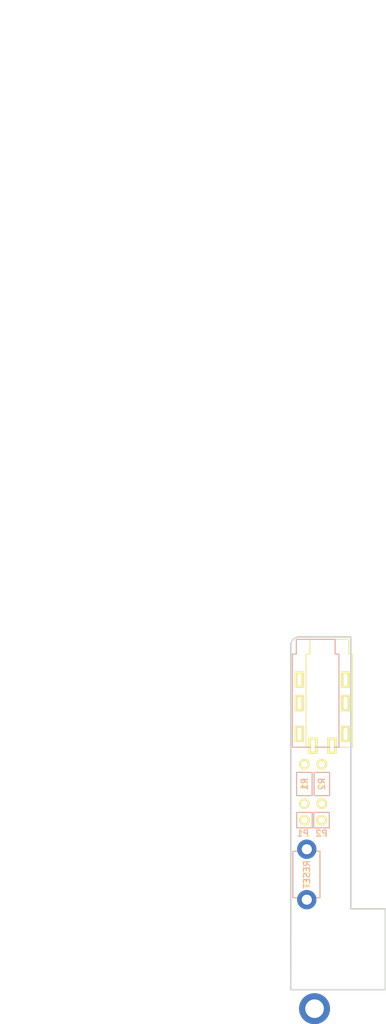
<source format=kicad_pcb>
(kicad_pcb (version 20211014) (generator pcbnew)
  (layers (0 "F.Cu" signal) (31 "B.Cu" signal) (34 "B.Paste" user) (35 "F.Paste" user) (36 "B.SilkS" user "B.Silkscreen") (37 "F.SilkS" user "F.Silkscreen") (38 "B.Mask" user) (39 "F.Mask" user) (44 "Edge.Cuts" user))
  (net 0 "")
  (net 1 "VCC")
  (net 2 "GND")
  (net 3 "SDA")
  (net 4 "SCL")
  (net 5 "RESET")
  (net 6 "Net-(J2-Pad4)")
  (net 7 "Net-(J2-Pad3)")
  (footprint "Lily58-footprint:RESISTOR_mini" (layer "F.Cu") (at 84.688035 56.039272 -90)
    (fp_text reference "R1" (at -0.039272 -0.011965 -90) (layer "F.SilkS") (effects (font (size 0.8128 0.8128))))
    (fp_text value "R" hide)
    (fp_text user "R1" (at 0 -0.011965 -90) (layer "B.SilkS") (effects (font (size 0.8 0.8)) (justify mirror)))
    (fp_line (start -1.5 1) (end -1.5 -1) (layer "B.SilkS") (width 0.15))
    (fp_line (start 1.5 -1) (end 1.5 1) (layer "B.SilkS") (width 0.15))
    (fp_line (start -1.5 -1) (end 1.5 -1) (layer "B.SilkS") (width 0.15))
    (fp_line (start 1.5 1) (end -1.5 1) (layer "B.SilkS") (width 0.15))
    (fp_line (start 1.50114 1.00076) (end 1.50114 -1.00076) (layer "F.SilkS") (width 0.15))
    (fp_line (start -1.50114 1.00076) (end 1.50114 1.00076) (layer "F.SilkS") (width 0.15))
    (fp_line (start 1.50114 -1.00076) (end -1.50114 -1.00076) (layer "F.SilkS") (width 0.15))
    (fp_line (start -1.50114 -1.00076) (end -1.50114 1.00076) (layer "F.SilkS") (width 0.15))
    (pad "1" thru_hole circle locked (at -2.54 0 270) (size 1.397 1.397) (drill 0.8128) (layers *.Cu *.Mask "F.SilkS") (net 1 "VCC"))
    (pad "2" thru_hole circle locked (at 2.54 0 270) (size 1.397 1.397) (drill 0.8128) (layers *.Cu *.Mask "F.SilkS") (net 3 "SDA"))
  )
  (footprint "Lily58-footprint:RESISTOR_mini" (layer "F.Cu") (at 86.938035 56.039272 -90)
    (fp_text reference "R2" (at -0.039272 0.038035 -90) (layer "F.SilkS") (effects (font (size 0.8128 0.8128))))
    (fp_text value "R" hide)
    (fp_text user "R2" (at 0 0 -90) (layer "B.SilkS") (effects (font (size 0.8 0.8)) (justify mirror)))
    (fp_line (start 1.5 1) (end -1.5 1) (layer "B.SilkS") (width 0.15))
    (fp_line (start -1.5 1) (end -1.5 -1) (layer "B.SilkS") (width 0.15))
    (fp_line (start -1.5 -1) (end 1.5 -1) (layer "B.SilkS") (width 0.15))
    (fp_line (start 1.5 -1) (end 1.5 1) (layer "B.SilkS") (width 0.15))
    (fp_line (start 1.50114 -1.00076) (end -1.50114 -1.00076) (layer "F.SilkS") (width 0.15))
    (fp_line (start 1.50114 1.00076) (end 1.50114 -1.00076) (layer "F.SilkS") (width 0.15))
    (fp_line (start -1.50114 1.00076) (end 1.50114 1.00076) (layer "F.SilkS") (width 0.15))
    (fp_line (start -1.50114 -1.00076) (end -1.50114 1.00076) (layer "F.SilkS") (width 0.15))
    (pad "1" thru_hole circle locked (at -2.54 0 270) (size 1.397 1.397) (drill 0.8128) (layers *.Cu *.Mask "F.SilkS") (net 1 "VCC"))
    (pad "2" thru_hole circle locked (at 2.54 0 270) (size 1.397 1.397) (drill 0.8128) (layers *.Cu *.Mask "F.SilkS") (net 4 "SCL"))
  )
  (footprint "Lily58-footprint:MJ-4PP-9" (layer "F.Cu") (at 87.9 39.3)
    (fp_text reference "J2" hide)
    (fp_text value "4PIN" hide)
    (fp_line (start 1.25 12) (end -4.75 12) (layer "B.SilkS") (width 0.15))
    (fp_line (start -4.75 0) (end -4.25 0) (layer "B.SilkS") (width 0.15))
    (fp_line (start 0.75 0) (end 0.75 -1.9) (layer "B.SilkS") (width 0.15))
    (fp_line (start -4.75 12) (end -4.75 0) (layer "B.SilkS") (width 0.15))
    (fp_line (start 1.25 0) (end 0.75 0) (layer "B.SilkS") (width 0.15))
    (fp_line (start -4.25 0) (end -4.25 -1.9) (layer "B.SilkS") (width 0.15))
    (fp_line (start -4.2 -1.9) (end 0.75 -1.9) (layer "B.SilkS") (width 0.15))
    (fp_line (start 1.25 0) (end 1.25 12) (layer "B.SilkS") (width 0.15))
    (fp_line (start 2.5 0) (end 2.5 -1.9) (layer "F.SilkS") (width 0.15))
    (fp_line (start -3 0) (end -2.5 0) (layer "F.SilkS") (width 0.15))
    (fp_line (start 3 12) (end -3 12) (layer "F.SilkS") (width 0.15))
    (fp_line (start 3 0) (end 3 12) (layer "F.SilkS") (width 0.15))
    (fp_line (start -2.5 0) (end -2.5 -1.9) (layer "F.SilkS") (width 0.15))
    (fp_line (start 3 0) (end 2.5 0) (layer "F.SilkS") (width 0.15))
    (fp_line (start -2.5 -1.9) (end 2.5 -1.9) (layer "F.SilkS") (width 0.15))
    (fp_line (start -3 12) (end -3 0) (layer "F.SilkS") (width 0.15))
    (pad "" np_thru_hole circle locked (at -1.75 1.5) (size 1.2 1.2) (drill 1.2) (layers *.Cu *.Mask "F.SilkS"))
    (pad "" np_thru_hole circle locked (at 0 8.5) (size 1.2 1.2) (drill 1.2) (layers *.Cu *.Mask "F.SilkS"))
    (pad "" np_thru_hole circle locked (at 0 1.5) (size 1.2 1.2) (drill 1.2) (layers *.Cu *.Mask "F.SilkS"))
    (pad "" np_thru_hole circle locked (at -1.75 8.5) (size 1.2 1.2) (drill 1.2) (layers *.Cu *.Mask "F.SilkS"))
    (pad "1" thru_hole rect locked (at 2.1 10.3) (size 1.2 2.1) (drill oval 0.5 1.6) (layers *.Cu *.Mask "F.SilkS") (net 1 "VCC") (clearance 0.15))
    (pad "1" thru_hole rect locked (at -3.85 10.3) (size 1.2 2.1) (drill oval 0.5 1.6) (layers *.Cu *.Mask "F.SilkS") (net 1 "VCC") (clearance 0.15))
    (pad "2" thru_hole rect locked (at -3.85 6.3) (size 1.2 2.1) (drill oval 0.5 1.6) (layers *.Cu *.Mask "F.SilkS") (net 2 "GND") (clearance 0.15))
    (pad "2" thru_hole rect locked (at 2.1 6.3) (size 1.2 2.1) (drill oval 0.5 1.6) (layers *.Cu *.Mask "F.SilkS") (net 2 "GND") (clearance 0.15))
    (pad "3" thru_hole rect locked (at -3.85 3.3) (size 1.2 2.1) (drill oval 0.5 1.6) (layers *.Cu *.Mask "F.SilkS") (net 7 "Net-(J2-Pad3)") (clearance 0.15))
    (pad "3" thru_hole rect locked (at 2.1 3.3) (size 1.2 2.1) (drill oval 0.5 1.6) (layers *.Cu *.Mask "F.SilkS") (net 7 "Net-(J2-Pad3)") (clearance 0.15))
    (pad "4" thru_hole rect locked (at -2.1 11.8) (size 1.2 2.1) (drill oval 0.5 1.6) (layers *.Cu *.Mask "F.SilkS") (net 6 "Net-(J2-Pad4)") (clearance 0.15))
    (pad "4" thru_hole rect locked (at 0.35 11.8) (size 1.2 2.1) (drill oval 0.5 1.6) (layers *.Cu *.Mask "F.SilkS") (net 6 "Net-(J2-Pad4)") (clearance 0.15))
  )
  (footprint "Lily58-footprint:1pin_conn" (layer "F.Cu") (at 84.7 60.7 180)
    (fp_text reference "P1" (at 0 -1.671944 180) (layer "F.SilkS") (effects (font (size 0.8128 0.8128))))
    (fp_text value "i2c_pin" hide)
    (fp_text user "P1" (at 0.2 -1.7 180) (layer "B.SilkS") (effects (font (size 0.8 0.8)) (justify mirror)))
    (fp_line (start 1 1) (end -1 1) (layer "B.SilkS") (width 0.15))
    (fp_line (start -1 -1) (end 1 -1) (layer "B.SilkS") (width 0.15))
    (fp_line (start 1 -1) (end 1 1) (layer "B.SilkS") (width 0.15))
    (fp_line (start -1 1) (end -1 -1) (layer "B.SilkS") (width 0.15))
    (fp_line (start -1 1) (end 1 1) (layer "F.SilkS") (width 0.15))
    (fp_line (start 1 1) (end 1 -1) (layer "F.SilkS") (width 0.15))
    (fp_line (start 1 -1) (end -1 -1) (layer "F.SilkS") (width 0.15))
    (fp_line (start -1 -1) (end -1 1) (layer "F.SilkS") (width 0.15))
    (pad "1" thru_hole circle locked (at 0 0 180) (size 1.397 1.397) (drill 0.8128) (layers *.Cu *.Mask "F.SilkS") (net 6 "Net-(J2-Pad4)"))
  )
  (footprint "Lily58-footprint:1pin_conn" (layer "F.Cu") (at 86.9 60.7 180)
    (fp_text reference "P2" (at 0 -1.671944 180) (layer "F.SilkS") (effects (font (size 0.8128 0.8128))))
    (fp_text value "i2c_pin" hide)
    (fp_text user "P2" (at 0 -1.7 180) (layer "B.SilkS") (effects (font (size 0.8 0.8)) (justify mirror)))
    (fp_line (start -1 -1) (end 1 -1) (layer "B.SilkS") (width 0.15))
    (fp_line (start -1 1) (end -1 -1) (layer "B.SilkS") (width 0.15))
    (fp_line (start 1 1) (end -1 1) (layer "B.SilkS") (width 0.15))
    (fp_line (start 1 -1) (end 1 1) (layer "B.SilkS") (width 0.15))
    (fp_line (start 1 1) (end 1 -1) (layer "F.SilkS") (width 0.15))
    (fp_line (start -1 1) (end 1 1) (layer "F.SilkS") (width 0.15))
    (fp_line (start 1 -1) (end -1 -1) (layer "F.SilkS") (width 0.15))
    (fp_line (start -1 -1) (end -1 1) (layer "F.SilkS") (width 0.15))
    (pad "1" thru_hole circle locked (at 0 0 180) (size 1.397 1.397) (drill 0.8128) (layers *.Cu *.Mask "F.SilkS") (net 7 "Net-(J2-Pad3)"))
  )
  (footprint "Lily58-footprint:TACT_SWITCH_TVBP06" (layer "F.Cu") (at 85 67.7 90)
    (fp_text reference "RSW1" hide)
    (fp_text value "SW_RST" hide)
    (fp_text user "RESET" (at 0 0 270) (layer "B.SilkS") (effects (font (size 0.8 0.8)) (justify mirror)))
    (fp_text user "RESET" (at 0 0 90) (layer "F.SilkS") (effects (font (size 0.8 0.8))))
    (fp_line (start 3 1.7) (end 3 1.3) (layer "B.SilkS") (width 0.15))
    (fp_line (start -3 -1.8) (end -3 -1.3) (layer "B.SilkS") (width 0.15))
    (fp_line (start -3 -1.8) (end 2.9 -1.8) (layer "B.SilkS") (width 0.15))
    (fp_line (start -3 -1.8) (end 3 -1.8) (layer "B.SilkS") (width 0.15))
    (fp_line (start 3 1.7) (end -3 1.7) (layer "B.SilkS") (width 0.15))
    (fp_line (start -3 1.7) (end -3 1.3) (layer "B.SilkS") (width 0.15))
    (fp_line (start 3 -1.8) (end 3 -1.3) (layer "B.SilkS") (width 0.15))
    (fp_line (start 3 -1.8) (end 3 -1.3) (layer "F.SilkS") (width 0.15))
    (fp_line (start 3 1.7) (end 3 1.3) (layer "F.SilkS") (width 0.15))
    (fp_line (start 3 -1.8) (end -3 -1.8) (layer "F.SilkS") (width 0.15))
    (fp_line (start -3 1.7) (end -3 1.3) (layer "F.SilkS") (width 0.15))
    (fp_line (start -3 -1.8) (end -3 -1.3) (layer "F.SilkS") (width 0.15))
    (fp_line (start -3 1.7) (end 3 1.7) (layer "F.SilkS") (width 0.15))
    (pad "1" thru_hole circle locked (at -3.25 0 90) (size 2.5 2.5) (drill 1.3) (layers *.Cu *.Mask) (net 2 "GND"))
    (pad "2" thru_hole circle locked (at 3.25 0 90) (size 2.5 2.5) (drill 1.3) (layers *.Cu *.Mask) (net 5 "RESET"))
  )
  (footprint "Lily58-footprint:M2_HOLE_PCB" (layer "F.Cu") (at 86 85)
    (fp_text reference "TH1" hide)
    (fp_text value "HOLE")
    (pad "" thru_hole circle locked (at 0 0) (size 4 4) (drill 2.4) (layers *.Cu *.Mask))
  )
  (gr_line (start 83.579303 37.16921) (end 83.776462 37.108075) (layer "Edge.Cuts") (width 0.2))
  (gr_line (start 83.776462 37.108075) (end 83.98821 37.086762) (layer "Edge.Cuts") (width 0.2))
  (gr_line (start 95.123 82.55) (end 82.931 82.55) (layer "Edge.Cuts") (width 0.2))
  (gr_line (start 90.678 37.086762) (end 90.678 72.136) (layer "Edge.Cuts") (width 0.2))
  (gr_line (start 83.400937 37.265961) (end 83.579303 37.16921) (layer "Edge.Cuts") (width 0.2))
  (gr_line (start 82.93821 38.136762) (end 82.959523 37.925015) (layer "Edge.Cuts") (width 0.2))
  (gr_line (start 83.117409 37.549489) (end 83.24557 37.394123) (layer "Edge.Cuts") (width 0.2))
  (gr_line (start 82.959523 37.925015) (end 83.020657 37.727855) (layer "Edge.Cuts") (width 0.2))
  (gr_line (start 82.931 82.55) (end 82.937528 75.978362) (layer "Edge.Cuts") (width 0.2))
  (gr_line (start 82.937528 50.750629) (end 82.937528 44.443695) (layer "Edge.Cuts") (width 0.2))
  (gr_line (start 90.678 37.086762) (end 83.98821 37.086762) (layer "Edge.Cuts") (width 0.2))
  (gr_line (start 82.937528 63.364495) (end 82.937528 57.057562) (layer "Edge.Cuts") (width 0.2))
  (gr_line (start 82.937528 69.671429) (end 82.937528 63.364495) (layer "Edge.Cuts") (width 0.2))
  (gr_line (start 90.678 72.136) (end 95.123 72.136) (layer "Edge.Cuts") (width 0.2))
  (gr_line (start 83.24557 37.394123) (end 83.400937 37.265961) (layer "Edge.Cuts") (width 0.2))
  (gr_line (start 83.020657 37.727855) (end 83.117409 37.549489) (layer "Edge.Cuts") (width 0.2))
  (gr_line (start 95.123 72.136) (end 95.123 82.55) (layer "Edge.Cuts") (width 0.2))
  (gr_line (start 82.937528 44.443695) (end 82.937528 38.136762) (layer "Edge.Cuts") (width 0.2))
  (gr_line (start 82.937528 75.978362) (end 82.937528 69.671429) (layer "Edge.Cuts") (width 0.2))
  (gr_line (start 82.937528 57.057562) (end 82.937528 50.750629) (layer "Edge.Cuts") (width 0.2))
)
</source>
